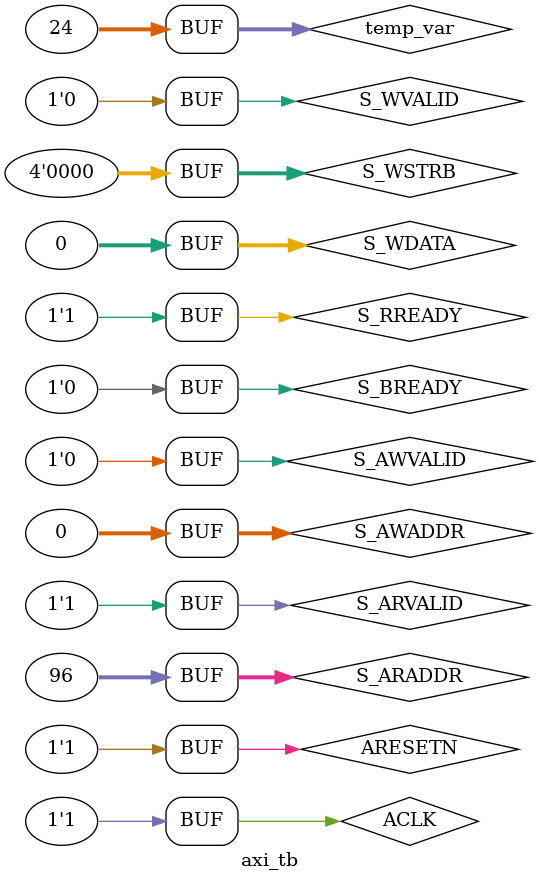
<source format=v>
module axi_tb();
    // Parameters

    reg                           ACLK; // # of used = 1
    reg                           ARESETN; // # of used = 1

    // Read Address Channel regS
    reg           [31:0]   S_ARADDR; // # of used = 4
    reg                           S_ARVALID; // # of used = 2

    // Read Data Channel regS
    reg                           S_RREADY; // # of used = 1

    // Write Address Channel regS
    /* verilator lint_off UNUSED */
    reg           [31:0]   S_AWADDR; // # of used = 4
    reg                           S_AWVALID; // # of used = 2

    // Write Data  Channel regS
    reg          [31:0] S_WDATA; // # of used = 2
    reg          [3:0]            S_WSTRB; // # of used = 0
    reg                           S_WVALID; // # of used = 1

    // Write Response Channel regS
    reg                           S_BREADY; // # of used = 1

    // Read Address Channel regS
    wire                     S_ARREADY; // # of used = 2

    // Read Data Channel OUTPUTS
    wire [31:0]    S_RDATA; // # of used = 1
    wire          [1:0]      S_RRESP; // # of used = 1
    wire                     S_RVALID; // # of used = 2

    // Write Address Channel OUTPUTS
    wire                     S_AWREADY; // # of used = 2
    wire                     S_WREADY; // # of used = 2
    
    // Write Response Channel OUTPUTS
    wire          [1:0]      S_BRESP; // # of used = 1
    wire                     S_BVALID; // # of used = 2

    // instantiate
    axi4_lite_slave axi (
        .ACLK(ACLK),
        .ARESETN(ARESETN),
        .S_ARADDR(S_ARADDR),
        .S_ARVALID(S_ARVALID),
        .S_RREADY(S_RREADY),
        .S_AWADDR(S_AWADDR),
        .S_AWVALID(S_AWVALID),
        .S_WDATA(S_WDATA),
        .S_WSTRB(S_WSTRB),
        .S_WVALID(S_WVALID),
        .S_BREADY(S_BREADY),
        .S_ARREADY(S_ARREADY),
        .S_RDATA(S_RDATA),
        .S_RRESP(S_RRESP),
        .S_RVALID(S_RVALID),
        .S_AWREADY(S_AWREADY),
        .S_WREADY(S_WREADY),
        .S_BRESP(S_BRESP),
        .S_BVALID(S_BVALID)
    );

    // Clock generation
    always begin
        ACLK = 0; #5;
        ACLK = 1; #5;
    end

    reg [31:0] temp_var;

    // Test stimulus
    initial begin
        // Initialize
        S_ARADDR = 0;
        S_ARVALID = 0;
        S_RREADY = 0;
        S_AWADDR = 0;
        S_AWVALID = 0;
        S_WDATA = 0;
        S_WSTRB = 0;
        S_WVALID = 0;
        S_BREADY = 0;
       
        ARESETN = 1;
        // reset
        ARESETN = 0;
        #10;
        ARESETN = 1;
        
        #10;

        // Read data from address 0 to 15
        temp_var = 24;
        S_ARADDR = temp_var << 2;
        S_ARVALID = 1;
        S_RREADY = 1;

        // wait(S_RVALID == 1'b1);

        // temp_var = 17;
        // S_ARADDR = temp_var << 2;

        // #10

        // wait(S_RVALID == 1'b1);
        
        // temp_var = 18;
        // S_ARADDR = temp_var << 2;
    end
endmodule
</source>
